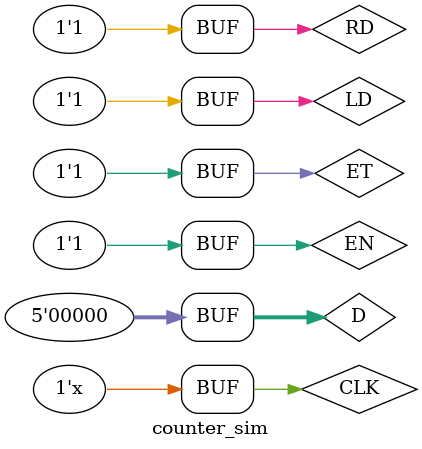
<source format=v>
`timescale 1ns / 1ps


module counter_sim();
reg CLK;reg LD;reg RD;reg EN;reg ET;reg [4:0]D;
wire [4:0] Q;wire C;
counter counter (
    .CLK(CLK),
    .LD(LD),
    .RD(RD),
    .EN(EN),
    .ET(ET),
    .D(D),
    .Q(Q),
    .C(C)
);

always 
begin
    #10;CLK=~CLK;
end
initial
begin
        CLK = 1;EN = 1;ET = 1;LD = 1;RD = 1;D = 5'b00000;      
#60;LD = 0;#20 LD=1;
#60;RD = 0;#20 RD=1;
end
endmodule

</source>
